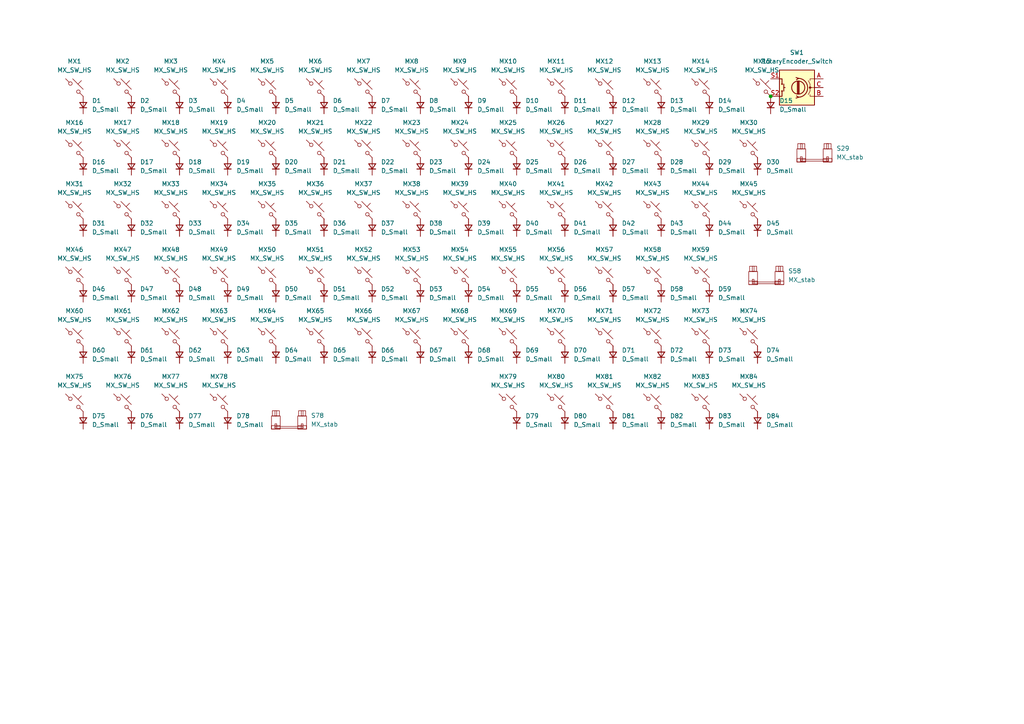
<source format=kicad_sch>
(kicad_sch (version 20230121) (generator eeschema)
  (paper "A4")
  (junction (at 223.52 27.94))
  (symbol (lib_id "Device:RotaryEncoder_Switch") (at 231.14 25.4 0) (mirror y) (unit 1)
    (property "Reference" "SW1" (at 231.14 15.24 0))
    (property "Value" "RotaryEncoder_Switch" (at 231.14 17.78 0))
    (property "Footprint" "Rotary_Encoder:RotaryEncoder_Alps_EC11E-Switch_Vertical_H20mm" (effects hide))
  )
  (symbol (lib_id "Device:D_Small") (at 24.13 102.87 90) (unit 1)
    (property "Reference" "D60" (at 26.67 101.6 90) (effects (justify right)))
    (property "Value" "D_Small" (at 26.67 104.14 90) (effects (justify right)))
    (property "Footprint" "Diode_SMD:D_SOD-123" (effects hide))
    (property "Sim.Device" "D" (effects hide))
    (property "Sim.Pins" "1=K 2=A" (effects hide))
  )
  (symbol (lib_id "PCM_marbastlib-mx:MX_SW_HS_CPG151101S11") (at 21.59 80.01 0) (unit 1)
    (property "Reference" "MX46" (at 21.59 72.39 0))
    (property "Value" "MX_SW_HS" (at 21.59 74.93 0))
    (property "Footprint" "PCM_marbastlib-mx:SW_MX_HS_CPG151101S11_1u" (effects hide))
  )
  (symbol (lib_id "PCM_marbastlib-mx:MX_SW_HS_CPG151101S11") (at 77.47 80.01 0) (unit 1)
    (property "Reference" "MX50" (at 77.47 72.39 0))
    (property "Value" "MX_SW_HS" (at 77.47 74.93 0))
    (property "Footprint" "PCM_marbastlib-mx:SW_MX_HS_CPG151101S11_1u" (effects hide))
  )
  (symbol (lib_id "PCM_marbastlib-mx:MX_SW_HS_CPG151101S11") (at 77.47 97.79 0) (unit 1)
    (property "Reference" "MX64" (at 77.47 90.17 0))
    (property "Value" "MX_SW_HS" (at 77.47 92.71 0))
    (property "Footprint" "PCM_marbastlib-mx:SW_MX_HS_CPG151101S11_1u" (effects hide))
  )
  (symbol (lib_id "PCM_marbastlib-mx:MX_SW_HS_CPG151101S11") (at 119.38 25.4 0) (unit 1)
    (property "Reference" "MX8" (at 119.38 17.78 0))
    (property "Value" "MX_SW_HS" (at 119.38 20.32 0))
    (property "Footprint" "PCM_marbastlib-mx:SW_MX_HS_CPG151101S11_1u" (effects hide))
  )
  (symbol (lib_id "Device:D_Small") (at 163.83 85.09 90) (unit 1)
    (property "Reference" "D56" (at 166.37 83.82 90) (effects (justify right)))
    (property "Value" "D_Small" (at 166.37 86.36 90) (effects (justify right)))
    (property "Footprint" "Diode_SMD:D_SOD-123" (effects hide))
    (property "Sim.Device" "D" (effects hide))
    (property "Sim.Pins" "1=K 2=A" (effects hide))
  )
  (symbol (lib_id "PCM_marbastlib-mx:MX_SW_HS_CPG151101S11") (at 217.17 97.79 0) (unit 1)
    (property "Reference" "MX74" (at 217.17 90.17 0))
    (property "Value" "MX_SW_HS" (at 217.17 92.71 0))
    (property "Footprint" "PCM_marbastlib-mx:SW_MX_HS_CPG151101S11_1u" (effects hide))
  )
  (symbol (lib_id "Device:D_Small") (at 121.92 102.87 90) (unit 1)
    (property "Reference" "D67" (at 124.46 101.6 90) (effects (justify right)))
    (property "Value" "D_Small" (at 124.46 104.14 90) (effects (justify right)))
    (property "Footprint" "Diode_SMD:D_SOD-123" (effects hide))
    (property "Sim.Device" "D" (effects hide))
    (property "Sim.Pins" "1=K 2=A" (effects hide))
  )
  (symbol (lib_id "Device:D_Small") (at 135.89 48.26 90) (unit 1)
    (property "Reference" "D24" (at 138.43 46.99 90) (effects (justify right)))
    (property "Value" "D_Small" (at 138.43 49.53 90) (effects (justify right)))
    (property "Footprint" "Diode_SMD:D_SOD-123" (effects hide))
    (property "Sim.Device" "D" (effects hide))
    (property "Sim.Pins" "1=K 2=A" (effects hide))
  )
  (symbol (lib_id "Device:D_Small") (at 24.13 30.48 90) (unit 1)
    (property "Reference" "D1" (at 26.67 29.21 90) (effects (justify right)))
    (property "Value" "D_Small" (at 26.67 31.75 90) (effects (justify right)))
    (property "Footprint" "Diode_SMD:D_SOD-123" (effects hide))
    (property "Sim.Device" "D" (effects hide))
    (property "Sim.Pins" "1=K 2=A" (effects hide))
  )
  (symbol (lib_id "Device:D_Small") (at 66.04 85.09 90) (unit 1)
    (property "Reference" "D49" (at 68.58 83.82 90) (effects (justify right)))
    (property "Value" "D_Small" (at 68.58 86.36 90) (effects (justify right)))
    (property "Footprint" "Diode_SMD:D_SOD-123" (effects hide))
    (property "Sim.Device" "D" (effects hide))
    (property "Sim.Pins" "1=K 2=A" (effects hide))
  )
  (symbol (lib_id "PCM_marbastlib-mx:MX_SW_HS_CPG151101S11") (at 189.23 97.79 0) (unit 1)
    (property "Reference" "MX72" (at 189.23 90.17 0))
    (property "Value" "MX_SW_HS" (at 189.23 92.71 0))
    (property "Footprint" "PCM_marbastlib-mx:SW_MX_HS_CPG151101S11_1u" (effects hide))
  )
  (symbol (lib_id "Device:D_Small") (at 163.83 102.87 90) (unit 1)
    (property "Reference" "D70" (at 166.37 101.6 90) (effects (justify right)))
    (property "Value" "D_Small" (at 166.37 104.14 90) (effects (justify right)))
    (property "Footprint" "Diode_SMD:D_SOD-123" (effects hide))
    (property "Sim.Device" "D" (effects hide))
    (property "Sim.Pins" "1=K 2=A" (effects hide))
  )
  (symbol (lib_id "PCM_marbastlib-mx:MX_SW_HS_CPG151101S11") (at 147.32 25.4 0) (unit 1)
    (property "Reference" "MX10" (at 147.32 17.78 0))
    (property "Value" "MX_SW_HS" (at 147.32 20.32 0))
    (property "Footprint" "PCM_marbastlib-mx:SW_MX_HS_CPG151101S11_1u" (effects hide))
  )
  (symbol (lib_id "PCM_marbastlib-mx:MX_SW_HS_CPG151101S11") (at 21.59 25.4 0) (unit 1)
    (property "Reference" "MX1" (at 21.59 17.78 0))
    (property "Value" "MX_SW_HS" (at 21.59 20.32 0))
    (property "Footprint" "PCM_marbastlib-mx:SW_MX_HS_CPG151101S11_1u" (effects hide))
  )
  (symbol (lib_id "Device:D_Small") (at 107.95 66.04 90) (unit 1)
    (property "Reference" "D37" (at 110.49 64.77 90) (effects (justify right)))
    (property "Value" "D_Small" (at 110.49 67.31 90) (effects (justify right)))
    (property "Footprint" "Diode_SMD:D_SOD-123" (effects hide))
    (property "Sim.Device" "D" (effects hide))
    (property "Sim.Pins" "1=K 2=A" (effects hide))
  )
  (symbol (lib_id "Device:D_Small") (at 93.98 85.09 90) (unit 1)
    (property "Reference" "D51" (at 96.52 83.82 90) (effects (justify right)))
    (property "Value" "D_Small" (at 96.52 86.36 90) (effects (justify right)))
    (property "Footprint" "Diode_SMD:D_SOD-123" (effects hide))
    (property "Sim.Device" "D" (effects hide))
    (property "Sim.Pins" "1=K 2=A" (effects hide))
  )
  (symbol (lib_id "PCM_marbastlib-mx:MX_stab") (at 83.82 121.92 0) (unit 1)
    (property "Reference" "S78" (at 90.17 120.523 0) (effects (justify left)))
    (property "Value" "MX_stab" (at 90.17 123.063 0) (effects (justify left)))
    (property "Footprint" "PCM_marbastlib-mx:STAB_MX_P_6.25u" (effects hide))
  )
  (symbol (lib_id "Device:D_Small") (at 177.8 66.04 90) (unit 1)
    (property "Reference" "D42" (at 180.34 64.77 90) (effects (justify right)))
    (property "Value" "D_Small" (at 180.34 67.31 90) (effects (justify right)))
    (property "Footprint" "Diode_SMD:D_SOD-123" (effects hide))
    (property "Sim.Device" "D" (effects hide))
    (property "Sim.Pins" "1=K 2=A" (effects hide))
  )
  (symbol (lib_id "Device:D_Small") (at 24.13 66.04 90) (unit 1)
    (property "Reference" "D31" (at 26.67 64.77 90) (effects (justify right)))
    (property "Value" "D_Small" (at 26.67 67.31 90) (effects (justify right)))
    (property "Footprint" "Diode_SMD:D_SOD-123" (effects hide))
    (property "Sim.Device" "D" (effects hide))
    (property "Sim.Pins" "1=K 2=A" (effects hide))
  )
  (symbol (lib_id "PCM_marbastlib-mx:MX_SW_HS_CPG151101S11") (at 35.56 80.01 0) (unit 1)
    (property "Reference" "MX47" (at 35.56 72.39 0))
    (property "Value" "MX_SW_HS" (at 35.56 74.93 0))
    (property "Footprint" "PCM_marbastlib-mx:SW_MX_HS_CPG151101S11_1u" (effects hide))
  )
  (symbol (lib_id "Device:D_Small") (at 52.07 85.09 90) (unit 1)
    (property "Reference" "D48" (at 54.61 83.82 90) (effects (justify right)))
    (property "Value" "D_Small" (at 54.61 86.36 90) (effects (justify right)))
    (property "Footprint" "Diode_SMD:D_SOD-123" (effects hide))
    (property "Sim.Device" "D" (effects hide))
    (property "Sim.Pins" "1=K 2=A" (effects hide))
  )
  (symbol (lib_id "PCM_marbastlib-mx:MX_SW_HS_CPG151101S11") (at 49.53 80.01 0) (unit 1)
    (property "Reference" "MX48" (at 49.53 72.39 0))
    (property "Value" "MX_SW_HS" (at 49.53 74.93 0))
    (property "Footprint" "PCM_marbastlib-mx:SW_MX_HS_CPG151101S11_1u" (effects hide))
  )
  (symbol (lib_id "Device:D_Small") (at 24.13 48.26 90) (unit 1)
    (property "Reference" "D16" (at 26.67 46.99 90) (effects (justify right)))
    (property "Value" "D_Small" (at 26.67 49.53 90) (effects (justify right)))
    (property "Footprint" "Diode_SMD:D_SOD-123" (effects hide))
    (property "Sim.Device" "D" (effects hide))
    (property "Sim.Pins" "1=K 2=A" (effects hide))
  )
  (symbol (lib_id "PCM_marbastlib-mx:MX_SW_HS_CPG151101S11") (at 21.59 97.79 0) (unit 1)
    (property "Reference" "MX60" (at 21.59 90.17 0))
    (property "Value" "MX_SW_HS" (at 21.59 92.71 0))
    (property "Footprint" "PCM_marbastlib-mx:SW_MX_HS_CPG151101S11_1u" (effects hide))
  )
  (symbol (lib_id "Device:D_Small") (at 66.04 121.92 90) (unit 1)
    (property "Reference" "D78" (at 68.58 120.65 90) (effects (justify right)))
    (property "Value" "D_Small" (at 68.58 123.19 90) (effects (justify right)))
    (property "Footprint" "Diode_SMD:D_SOD-123" (effects hide))
    (property "Sim.Device" "D" (effects hide))
    (property "Sim.Pins" "1=K 2=A" (effects hide))
  )
  (symbol (lib_id "PCM_marbastlib-mx:MX_SW_HS_CPG151101S11") (at 175.26 116.84 0) (unit 1)
    (property "Reference" "MX81" (at 175.26 109.22 0))
    (property "Value" "MX_SW_HS" (at 175.26 111.76 0))
    (property "Footprint" "PCM_marbastlib-mx:SW_MX_HS_CPG151101S11_1u" (effects hide))
  )
  (symbol (lib_id "PCM_marbastlib-mx:MX_SW_HS_CPG151101S11") (at 49.53 43.18 0) (unit 1)
    (property "Reference" "MX18" (at 49.53 35.56 0))
    (property "Value" "MX_SW_HS" (at 49.53 38.1 0))
    (property "Footprint" "PCM_marbastlib-mx:SW_MX_HS_CPG151101S11_1u" (effects hide))
  )
  (symbol (lib_id "Device:D_Small") (at 219.71 121.92 90) (unit 1)
    (property "Reference" "D84" (at 222.25 120.65 90) (effects (justify right)))
    (property "Value" "D_Small" (at 222.25 123.19 90) (effects (justify right)))
    (property "Footprint" "Diode_SMD:D_SOD-123" (effects hide))
    (property "Sim.Device" "D" (effects hide))
    (property "Sim.Pins" "1=K 2=A" (effects hide))
  )
  (symbol (lib_id "PCM_marbastlib-mx:MX_SW_HS_CPG151101S11") (at 105.41 80.01 0) (unit 1)
    (property "Reference" "MX52" (at 105.41 72.39 0))
    (property "Value" "MX_SW_HS" (at 105.41 74.93 0))
    (property "Footprint" "PCM_marbastlib-mx:SW_MX_HS_CPG151101S11_1u" (effects hide))
  )
  (symbol (lib_id "PCM_marbastlib-mx:MX_SW_HS_CPG151101S11") (at 189.23 80.01 0) (unit 1)
    (property "Reference" "MX58" (at 189.23 72.39 0))
    (property "Value" "MX_SW_HS" (at 189.23 74.93 0))
    (property "Footprint" "PCM_marbastlib-mx:SW_MX_HS_CPG151101S11_1u" (effects hide))
  )
  (symbol (lib_id "PCM_marbastlib-mx:MX_SW_HS_CPG151101S11") (at 49.53 97.79 0) (unit 1)
    (property "Reference" "MX62" (at 49.53 90.17 0))
    (property "Value" "MX_SW_HS" (at 49.53 92.71 0))
    (property "Footprint" "PCM_marbastlib-mx:SW_MX_HS_CPG151101S11_1u" (effects hide))
  )
  (symbol (lib_id "PCM_marbastlib-mx:MX_SW_HS_CPG151101S11") (at 35.56 25.4 0) (unit 1)
    (property "Reference" "MX2" (at 35.56 17.78 0))
    (property "Value" "MX_SW_HS" (at 35.56 20.32 0))
    (property "Footprint" "PCM_marbastlib-mx:SW_MX_HS_CPG151101S11_1u" (effects hide))
  )
  (symbol (lib_id "Device:D_Small") (at 80.01 66.04 90) (unit 1)
    (property "Reference" "D35" (at 82.55 64.77 90) (effects (justify right)))
    (property "Value" "D_Small" (at 82.55 67.31 90) (effects (justify right)))
    (property "Footprint" "Diode_SMD:D_SOD-123" (effects hide))
    (property "Sim.Device" "D" (effects hide))
    (property "Sim.Pins" "1=K 2=A" (effects hide))
  )
  (symbol (lib_id "PCM_marbastlib-mx:MX_SW_HS_CPG151101S11") (at 203.2 25.4 0) (unit 1)
    (property "Reference" "MX14" (at 203.2 17.78 0))
    (property "Value" "MX_SW_HS" (at 203.2 20.32 0))
    (property "Footprint" "PCM_marbastlib-mx:SW_MX_HS_CPG151101S11_1u" (effects hide))
  )
  (symbol (lib_id "PCM_marbastlib-mx:MX_SW_HS_CPG151101S11") (at 77.47 60.96 0) (unit 1)
    (property "Reference" "MX35" (at 77.47 53.34 0))
    (property "Value" "MX_SW_HS" (at 77.47 55.88 0))
    (property "Footprint" "PCM_marbastlib-mx:SW_MX_HS_CPG151101S11_1u" (effects hide))
  )
  (symbol (lib_id "Device:D_Small") (at 149.86 85.09 90) (unit 1)
    (property "Reference" "D55" (at 152.4 83.82 90) (effects (justify right)))
    (property "Value" "D_Small" (at 152.4 86.36 90) (effects (justify right)))
    (property "Footprint" "Diode_SMD:D_SOD-123" (effects hide))
    (property "Sim.Device" "D" (effects hide))
    (property "Sim.Pins" "1=K 2=A" (effects hide))
  )
  (symbol (lib_id "Device:D_Small") (at 135.89 30.48 90) (unit 1)
    (property "Reference" "D9" (at 138.43 29.21 90) (effects (justify right)))
    (property "Value" "D_Small" (at 138.43 31.75 90) (effects (justify right)))
    (property "Footprint" "Diode_SMD:D_SOD-123" (effects hide))
    (property "Sim.Device" "D" (effects hide))
    (property "Sim.Pins" "1=K 2=A" (effects hide))
  )
  (symbol (lib_id "PCM_marbastlib-mx:MX_SW_HS_CPG151101S11") (at 203.2 116.84 0) (unit 1)
    (property "Reference" "MX83" (at 203.2 109.22 0))
    (property "Value" "MX_SW_HS" (at 203.2 111.76 0))
    (property "Footprint" "PCM_marbastlib-mx:SW_MX_HS_CPG151101S11_1u" (effects hide))
  )
  (symbol (lib_id "Device:D_Small") (at 93.98 66.04 90) (unit 1)
    (property "Reference" "D36" (at 96.52 64.77 90) (effects (justify right)))
    (property "Value" "D_Small" (at 96.52 67.31 90) (effects (justify right)))
    (property "Footprint" "Diode_SMD:D_SOD-123" (effects hide))
    (property "Sim.Device" "D" (effects hide))
    (property "Sim.Pins" "1=K 2=A" (effects hide))
  )
  (symbol (lib_id "Device:D_Small") (at 191.77 30.48 90) (unit 1)
    (property "Reference" "D13" (at 194.31 29.21 90) (effects (justify right)))
    (property "Value" "D_Small" (at 194.31 31.75 90) (effects (justify right)))
    (property "Footprint" "Diode_SMD:D_SOD-123" (effects hide))
    (property "Sim.Device" "D" (effects hide))
    (property "Sim.Pins" "1=K 2=A" (effects hide))
  )
  (symbol (lib_id "Device:D_Small") (at 219.71 66.04 90) (unit 1)
    (property "Reference" "D45" (at 222.25 64.77 90) (effects (justify right)))
    (property "Value" "D_Small" (at 222.25 67.31 90) (effects (justify right)))
    (property "Footprint" "Diode_SMD:D_SOD-123" (effects hide))
    (property "Sim.Device" "D" (effects hide))
    (property "Sim.Pins" "1=K 2=A" (effects hide))
  )
  (symbol (lib_id "PCM_marbastlib-mx:MX_SW_HS_CPG151101S11") (at 21.59 116.84 0) (unit 1)
    (property "Reference" "MX75" (at 21.59 109.22 0))
    (property "Value" "MX_SW_HS" (at 21.59 111.76 0))
    (property "Footprint" "PCM_marbastlib-mx:SW_MX_HS_CPG151101S11_1u" (effects hide))
  )
  (symbol (lib_id "Device:D_Small") (at 52.07 30.48 90) (unit 1)
    (property "Reference" "D3" (at 54.61 29.21 90) (effects (justify right)))
    (property "Value" "D_Small" (at 54.61 31.75 90) (effects (justify right)))
    (property "Footprint" "Diode_SMD:D_SOD-123" (effects hide))
    (property "Sim.Device" "D" (effects hide))
    (property "Sim.Pins" "1=K 2=A" (effects hide))
  )
  (symbol (lib_id "PCM_marbastlib-mx:MX_SW_HS_CPG151101S11") (at 63.5 80.01 0) (unit 1)
    (property "Reference" "MX49" (at 63.5 72.39 0))
    (property "Value" "MX_SW_HS" (at 63.5 74.93 0))
    (property "Footprint" "PCM_marbastlib-mx:SW_MX_HS_CPG151101S11_1u" (effects hide))
  )
  (symbol (lib_id "Device:D_Small") (at 135.89 85.09 90) (unit 1)
    (property "Reference" "D54" (at 138.43 83.82 90) (effects (justify right)))
    (property "Value" "D_Small" (at 138.43 86.36 90) (effects (justify right)))
    (property "Footprint" "Diode_SMD:D_SOD-123" (effects hide))
    (property "Sim.Device" "D" (effects hide))
    (property "Sim.Pins" "1=K 2=A" (effects hide))
  )
  (symbol (lib_id "Device:D_Small") (at 177.8 30.48 90) (unit 1)
    (property "Reference" "D12" (at 180.34 29.21 90) (effects (justify right)))
    (property "Value" "D_Small" (at 180.34 31.75 90) (effects (justify right)))
    (property "Footprint" "Diode_SMD:D_SOD-123" (effects hide))
    (property "Sim.Device" "D" (effects hide))
    (property "Sim.Pins" "1=K 2=A" (effects hide))
  )
  (symbol (lib_id "Device:D_Small") (at 93.98 30.48 90) (unit 1)
    (property "Reference" "D6" (at 96.52 29.21 90) (effects (justify right)))
    (property "Value" "D_Small" (at 96.52 31.75 90) (effects (justify right)))
    (property "Footprint" "Diode_SMD:D_SOD-123" (effects hide))
    (property "Sim.Device" "D" (effects hide))
    (property "Sim.Pins" "1=K 2=A" (effects hide))
  )
  (symbol (lib_id "PCM_marbastlib-mx:MX_SW_HS_CPG151101S11") (at 175.26 80.01 0) (unit 1)
    (property "Reference" "MX57" (at 175.26 72.39 0))
    (property "Value" "MX_SW_HS" (at 175.26 74.93 0))
    (property "Footprint" "PCM_marbastlib-mx:SW_MX_HS_CPG151101S11_1u" (effects hide))
  )
  (symbol (lib_id "PCM_marbastlib-mx:MX_SW_HS_CPG151101S11") (at 133.35 25.4 0) (unit 1)
    (property "Reference" "MX9" (at 133.35 17.78 0))
    (property "Value" "MX_SW_HS" (at 133.35 20.32 0))
    (property "Footprint" "PCM_marbastlib-mx:SW_MX_HS_CPG151101S11_1u" (effects hide))
  )
  (symbol (lib_id "Device:D_Small") (at 66.04 66.04 90) (unit 1)
    (property "Reference" "D34" (at 68.58 64.77 90) (effects (justify right)))
    (property "Value" "D_Small" (at 68.58 67.31 90) (effects (justify right)))
    (property "Footprint" "Diode_SMD:D_SOD-123" (effects hide))
    (property "Sim.Device" "D" (effects hide))
    (property "Sim.Pins" "1=K 2=A" (effects hide))
  )
  (symbol (lib_id "Device:D_Small") (at 177.8 102.87 90) (unit 1)
    (property "Reference" "D71" (at 180.34 101.6 90) (effects (justify right)))
    (property "Value" "D_Small" (at 180.34 104.14 90) (effects (justify right)))
    (property "Footprint" "Diode_SMD:D_SOD-123" (effects hide))
    (property "Sim.Device" "D" (effects hide))
    (property "Sim.Pins" "1=K 2=A" (effects hide))
  )
  (symbol (lib_id "Device:D_Small") (at 24.13 121.92 90) (unit 1)
    (property "Reference" "D75" (at 26.67 120.65 90) (effects (justify right)))
    (property "Value" "D_Small" (at 26.67 123.19 90) (effects (justify right)))
    (property "Footprint" "Diode_SMD:D_SOD-123" (effects hide))
    (property "Sim.Device" "D" (effects hide))
    (property "Sim.Pins" "1=K 2=A" (effects hide))
  )
  (symbol (lib_id "PCM_marbastlib-mx:MX_stab") (at 222.25 80.01 0) (unit 1)
    (property "Reference" "S58" (at 228.6 78.613 0) (effects (justify left)))
    (property "Value" "MX_stab" (at 228.6 81.153 0) (effects (justify left)))
    (property "Footprint" "PCM_marbastlib-mx:STAB_MX_P_2.25u" (effects hide))
  )
  (symbol (lib_id "PCM_marbastlib-mx:MX_SW_HS_CPG151101S11") (at 119.38 60.96 0) (unit 1)
    (property "Reference" "MX38" (at 119.38 53.34 0))
    (property "Value" "MX_SW_HS" (at 119.38 55.88 0))
    (property "Footprint" "PCM_marbastlib-mx:SW_MX_HS_CPG151101S11_1u" (effects hide))
  )
  (symbol (lib_id "Device:D_Small") (at 38.1 48.26 90) (unit 1)
    (property "Reference" "D17" (at 40.64 46.99 90) (effects (justify right)))
    (property "Value" "D_Small" (at 40.64 49.53 90) (effects (justify right)))
    (property "Footprint" "Diode_SMD:D_SOD-123" (effects hide))
    (property "Sim.Device" "D" (effects hide))
    (property "Sim.Pins" "1=K 2=A" (effects hide))
  )
  (symbol (lib_id "Device:D_Small") (at 163.83 48.26 90) (unit 1)
    (property "Reference" "D26" (at 166.37 46.99 90) (effects (justify right)))
    (property "Value" "D_Small" (at 166.37 49.53 90) (effects (justify right)))
    (property "Footprint" "Diode_SMD:D_SOD-123" (effects hide))
    (property "Sim.Device" "D" (effects hide))
    (property "Sim.Pins" "1=K 2=A" (effects hide))
  )
  (symbol (lib_id "PCM_marbastlib-mx:MX_SW_HS_CPG151101S11") (at 147.32 80.01 0) (unit 1)
    (property "Reference" "MX55" (at 147.32 72.39 0))
    (property "Value" "MX_SW_HS" (at 147.32 74.93 0))
    (property "Footprint" "PCM_marbastlib-mx:SW_MX_HS_CPG151101S11_1u" (effects hide))
  )
  (symbol (lib_id "Device:D_Small") (at 80.01 102.87 90) (unit 1)
    (property "Reference" "D64" (at 82.55 101.6 90) (effects (justify right)))
    (property "Value" "D_Small" (at 82.55 104.14 90) (effects (justify right)))
    (property "Footprint" "Diode_SMD:D_SOD-123" (effects hide))
    (property "Sim.Device" "D" (effects hide))
    (property "Sim.Pins" "1=K 2=A" (effects hide))
  )
  (symbol (lib_id "PCM_marbastlib-mx:MX_SW_HS_CPG151101S11") (at 35.56 97.79 0) (unit 1)
    (property "Reference" "MX61" (at 35.56 90.17 0))
    (property "Value" "MX_SW_HS" (at 35.56 92.71 0))
    (property "Footprint" "PCM_marbastlib-mx:SW_MX_HS_CPG151101S11_1u" (effects hide))
  )
  (symbol (lib_id "PCM_marbastlib-mx:MX_SW_HS_CPG151101S11") (at 91.44 97.79 0) (unit 1)
    (property "Reference" "MX65" (at 91.44 90.17 0))
    (property "Value" "MX_SW_HS" (at 91.44 92.71 0))
    (property "Footprint" "PCM_marbastlib-mx:SW_MX_HS_CPG151101S11_1u" (effects hide))
  )
  (symbol (lib_id "Device:D_Small") (at 107.95 102.87 90) (unit 1)
    (property "Reference" "D66" (at 110.49 101.6 90) (effects (justify right)))
    (property "Value" "D_Small" (at 110.49 104.14 90) (effects (justify right)))
    (property "Footprint" "Diode_SMD:D_SOD-123" (effects hide))
    (property "Sim.Device" "D" (effects hide))
    (property "Sim.Pins" "1=K 2=A" (effects hide))
  )
  (symbol (lib_id "Device:D_Small") (at 38.1 121.92 90) (unit 1)
    (property "Reference" "D76" (at 40.64 120.65 90) (effects (justify right)))
    (property "Value" "D_Small" (at 40.64 123.19 90) (effects (justify right)))
    (property "Footprint" "Diode_SMD:D_SOD-123" (effects hide))
    (property "Sim.Device" "D" (effects hide))
    (property "Sim.Pins" "1=K 2=A" (effects hide))
  )
  (symbol (lib_id "Device:D_Small") (at 121.92 30.48 90) (unit 1)
    (property "Reference" "D8" (at 124.46 29.21 90) (effects (justify right)))
    (property "Value" "D_Small" (at 124.46 31.75 90) (effects (justify right)))
    (property "Footprint" "Diode_SMD:D_SOD-123" (effects hide))
    (property "Sim.Device" "D" (effects hide))
    (property "Sim.Pins" "1=K 2=A" (effects hide))
  )
  (symbol (lib_id "Device:D_Small") (at 38.1 85.09 90) (unit 1)
    (property "Reference" "D47" (at 40.64 83.82 90) (effects (justify right)))
    (property "Value" "D_Small" (at 40.64 86.36 90) (effects (justify right)))
    (property "Footprint" "Diode_SMD:D_SOD-123" (effects hide))
    (property "Sim.Device" "D" (effects hide))
    (property "Sim.Pins" "1=K 2=A" (effects hide))
  )
  (symbol (lib_id "PCM_marbastlib-mx:MX_SW_HS_CPG151101S11") (at 133.35 97.79 0) (unit 1)
    (property "Reference" "MX68" (at 133.35 90.17 0))
    (property "Value" "MX_SW_HS" (at 133.35 92.71 0))
    (property "Footprint" "PCM_marbastlib-mx:SW_MX_HS_CPG151101S11_1u" (effects hide))
  )
  (symbol (lib_id "PCM_marbastlib-mx:MX_SW_HS_CPG151101S11") (at 161.29 43.18 0) (unit 1)
    (property "Reference" "MX26" (at 161.29 35.56 0))
    (property "Value" "MX_SW_HS" (at 161.29 38.1 0))
    (property "Footprint" "PCM_marbastlib-mx:SW_MX_HS_CPG151101S11_1u" (effects hide))
  )
  (symbol (lib_id "PCM_marbastlib-mx:MX_SW_HS_CPG151101S11") (at 220.98 25.4 0) (unit 1)
    (property "Reference" "MX15" (at 220.98 17.78 0))
    (property "Value" "MX_SW_HS" (at 220.98 20.32 0))
    (property "Footprint" "PCM_marbastlib-mx:SW_MX_HS_CPG151101S11_1u" (effects hide))
  )
  (symbol (lib_id "Device:D_Small") (at 205.74 121.92 90) (unit 1)
    (property "Reference" "D83" (at 208.28 120.65 90) (effects (justify right)))
    (property "Value" "D_Small" (at 208.28 123.19 90) (effects (justify right)))
    (property "Footprint" "Diode_SMD:D_SOD-123" (effects hide))
    (property "Sim.Device" "D" (effects hide))
    (property "Sim.Pins" "1=K 2=A" (effects hide))
  )
  (symbol (lib_id "PCM_marbastlib-mx:MX_SW_HS_CPG151101S11") (at 35.56 116.84 0) (unit 1)
    (property "Reference" "MX76" (at 35.56 109.22 0))
    (property "Value" "MX_SW_HS" (at 35.56 111.76 0))
    (property "Footprint" "PCM_marbastlib-mx:SW_MX_HS_CPG151101S11_1u" (effects hide))
  )
  (symbol (lib_id "Device:D_Small") (at 191.77 66.04 90) (unit 1)
    (property "Reference" "D43" (at 194.31 64.77 90) (effects (justify right)))
    (property "Value" "D_Small" (at 194.31 67.31 90) (effects (justify right)))
    (property "Footprint" "Diode_SMD:D_SOD-123" (effects hide))
    (property "Sim.Device" "D" (effects hide))
    (property "Sim.Pins" "1=K 2=A" (effects hide))
  )
  (symbol (lib_id "Device:D_Small") (at 205.74 66.04 90) (unit 1)
    (property "Reference" "D44" (at 208.28 64.77 90) (effects (justify right)))
    (property "Value" "D_Small" (at 208.28 67.31 90) (effects (justify right)))
    (property "Footprint" "Diode_SMD:D_SOD-123" (effects hide))
    (property "Sim.Device" "D" (effects hide))
    (property "Sim.Pins" "1=K 2=A" (effects hide))
  )
  (symbol (lib_id "Device:D_Small") (at 38.1 66.04 90) (unit 1)
    (property "Reference" "D32" (at 40.64 64.77 90) (effects (justify right)))
    (property "Value" "D_Small" (at 40.64 67.31 90) (effects (justify right)))
    (property "Footprint" "Diode_SMD:D_SOD-123" (effects hide))
    (property "Sim.Device" "D" (effects hide))
    (property "Sim.Pins" "1=K 2=A" (effects hide))
  )
  (symbol (lib_id "Device:D_Small") (at 38.1 30.48 90) (unit 1)
    (property "Reference" "D2" (at 40.64 29.21 90) (effects (justify right)))
    (property "Value" "D_Small" (at 40.64 31.75 90) (effects (justify right)))
    (property "Footprint" "Diode_SMD:D_SOD-123" (effects hide))
    (property "Sim.Device" "D" (effects hide))
    (property "Sim.Pins" "1=K 2=A" (effects hide))
  )
  (symbol (lib_id "Device:D_Small") (at 149.86 30.48 90) (unit 1)
    (property "Reference" "D10" (at 152.4 29.21 90) (effects (justify right)))
    (property "Value" "D_Small" (at 152.4 31.75 90) (effects (justify right)))
    (property "Footprint" "Diode_SMD:D_SOD-123" (effects hide))
    (property "Sim.Device" "D" (effects hide))
    (property "Sim.Pins" "1=K 2=A" (effects hide))
  )
  (symbol (lib_id "Device:D_Small") (at 80.01 85.09 90) (unit 1)
    (property "Reference" "D50" (at 82.55 83.82 90) (effects (justify right)))
    (property "Value" "D_Small" (at 82.55 86.36 90) (effects (justify right)))
    (property "Footprint" "Diode_SMD:D_SOD-123" (effects hide))
    (property "Sim.Device" "D" (effects hide))
    (property "Sim.Pins" "1=K 2=A" (effects hide))
  )
  (symbol (lib_id "Device:D_Small") (at 223.52 30.48 90) (unit 1)
    (property "Reference" "D15" (at 226.06 29.21 90) (effects (justify right)))
    (property "Value" "D_Small" (at 226.06 31.75 90) (effects (justify right)))
    (property "Footprint" "Diode_SMD:D_SOD-123" (effects hide))
    (property "Sim.Device" "D" (effects hide))
    (property "Sim.Pins" "1=K 2=A" (effects hide))
  )
  (symbol (lib_id "Device:D_Small") (at 177.8 121.92 90) (unit 1)
    (property "Reference" "D81" (at 180.34 120.65 90) (effects (justify right)))
    (property "Value" "D_Small" (at 180.34 123.19 90) (effects (justify right)))
    (property "Footprint" "Diode_SMD:D_SOD-123" (effects hide))
    (property "Sim.Device" "D" (effects hide))
    (property "Sim.Pins" "1=K 2=A" (effects hide))
  )
  (symbol (lib_id "PCM_marbastlib-mx:MX_SW_HS_CPG151101S11") (at 217.17 60.96 0) (unit 1)
    (property "Reference" "MX45" (at 217.17 53.34 0))
    (property "Value" "MX_SW_HS" (at 217.17 55.88 0))
    (property "Footprint" "PCM_marbastlib-mx:SW_MX_HS_CPG151101S11_1u" (effects hide))
  )
  (symbol (lib_id "PCM_marbastlib-mx:MX_SW_HS_CPG151101S11") (at 105.41 60.96 0) (unit 1)
    (property "Reference" "MX37" (at 105.41 53.34 0))
    (property "Value" "MX_SW_HS" (at 105.41 55.88 0))
    (property "Footprint" "PCM_marbastlib-mx:SW_MX_HS_CPG151101S11_1u" (effects hide))
  )
  (symbol (lib_id "Device:D_Small") (at 163.83 66.04 90) (unit 1)
    (property "Reference" "D41" (at 166.37 64.77 90) (effects (justify right)))
    (property "Value" "D_Small" (at 166.37 67.31 90) (effects (justify right)))
    (property "Footprint" "Diode_SMD:D_SOD-123" (effects hide))
    (property "Sim.Device" "D" (effects hide))
    (property "Sim.Pins" "1=K 2=A" (effects hide))
  )
  (symbol (lib_id "PCM_marbastlib-mx:MX_SW_HS_CPG151101S11") (at 189.23 43.18 0) (unit 1)
    (property "Reference" "MX28" (at 189.23 35.56 0))
    (property "Value" "MX_SW_HS" (at 189.23 38.1 0))
    (property "Footprint" "PCM_marbastlib-mx:SW_MX_HS_CPG151101S11_1u" (effects hide))
  )
  (symbol (lib_id "PCM_marbastlib-mx:MX_SW_HS_CPG151101S11") (at 63.5 25.4 0) (unit 1)
    (property "Reference" "MX4" (at 63.5 17.78 0))
    (property "Value" "MX_SW_HS" (at 63.5 20.32 0))
    (property "Footprint" "PCM_marbastlib-mx:SW_MX_HS_CPG151101S11_1u" (effects hide))
  )
  (symbol (lib_id "PCM_marbastlib-mx:MX_SW_HS_CPG151101S11") (at 77.47 25.4 0) (unit 1)
    (property "Reference" "MX5" (at 77.47 17.78 0))
    (property "Value" "MX_SW_HS" (at 77.47 20.32 0))
    (property "Footprint" "PCM_marbastlib-mx:SW_MX_HS_CPG151101S11_1u" (effects hide))
  )
  (symbol (lib_id "PCM_marbastlib-mx:MX_SW_HS_CPG151101S11") (at 133.35 60.96 0) (unit 1)
    (property "Reference" "MX39" (at 133.35 53.34 0))
    (property "Value" "MX_SW_HS" (at 133.35 55.88 0))
    (property "Footprint" "PCM_marbastlib-mx:SW_MX_HS_CPG151101S11_1u" (effects hide))
  )
  (symbol (lib_id "PCM_marbastlib-mx:MX_SW_HS_CPG151101S11") (at 91.44 25.4 0) (unit 1)
    (property "Reference" "MX6" (at 91.44 17.78 0))
    (property "Value" "MX_SW_HS" (at 91.44 20.32 0))
    (property "Footprint" "PCM_marbastlib-mx:SW_MX_HS_CPG151101S11_1u" (effects hide))
  )
  (symbol (lib_id "PCM_marbastlib-mx:MX_SW_HS_CPG151101S11") (at 49.53 60.96 0) (unit 1)
    (property "Reference" "MX33" (at 49.53 53.34 0))
    (property "Value" "MX_SW_HS" (at 49.53 55.88 0))
    (property "Footprint" "PCM_marbastlib-mx:SW_MX_HS_CPG151101S11_1u" (effects hide))
  )
  (symbol (lib_id "PCM_marbastlib-mx:MX_SW_HS_CPG151101S11") (at 161.29 97.79 0) (unit 1)
    (property "Reference" "MX70" (at 161.29 90.17 0))
    (property "Value" "MX_SW_HS" (at 161.29 92.71 0))
    (property "Footprint" "PCM_marbastlib-mx:SW_MX_HS_CPG151101S11_1u" (effects hide))
  )
  (symbol (lib_id "Device:D_Small") (at 107.95 30.48 90) (unit 1)
    (property "Reference" "D7" (at 110.49 29.21 90) (effects (justify right)))
    (property "Value" "D_Small" (at 110.49 31.75 90) (effects (justify right)))
    (property "Footprint" "Diode_SMD:D_SOD-123" (effects hide))
    (property "Sim.Device" "D" (effects hide))
    (property "Sim.Pins" "1=K 2=A" (effects hide))
  )
  (symbol (lib_id "PCM_marbastlib-mx:MX_SW_HS_CPG151101S11") (at 91.44 60.96 0) (unit 1)
    (property "Reference" "MX36" (at 91.44 53.34 0))
    (property "Value" "MX_SW_HS" (at 91.44 55.88 0))
    (property "Footprint" "PCM_marbastlib-mx:SW_MX_HS_CPG151101S11_1u" (effects hide))
  )
  (symbol (lib_id "Device:D_Small") (at 52.07 102.87 90) (unit 1)
    (property "Reference" "D62" (at 54.61 101.6 90) (effects (justify right)))
    (property "Value" "D_Small" (at 54.61 104.14 90) (effects (justify right)))
    (property "Footprint" "Diode_SMD:D_SOD-123" (effects hide))
    (property "Sim.Device" "D" (effects hide))
    (property "Sim.Pins" "1=K 2=A" (effects hide))
  )
  (symbol (lib_id "Device:D_Small") (at 135.89 66.04 90) (unit 1)
    (property "Reference" "D39" (at 138.43 64.77 90) (effects (justify right)))
    (property "Value" "D_Small" (at 138.43 67.31 90) (effects (justify right)))
    (property "Footprint" "Diode_SMD:D_SOD-123" (effects hide))
    (property "Sim.Device" "D" (effects hide))
    (property "Sim.Pins" "1=K 2=A" (effects hide))
  )
  (symbol (lib_id "PCM_marbastlib-mx:MX_SW_HS_CPG151101S11") (at 217.17 116.84 0) (unit 1)
    (property "Reference" "MX84" (at 217.17 109.22 0))
    (property "Value" "MX_SW_HS" (at 217.17 111.76 0))
    (property "Footprint" "PCM_marbastlib-mx:SW_MX_HS_CPG151101S11_1u" (effects hide))
  )
  (symbol (lib_id "PCM_marbastlib-mx:MX_SW_HS_CPG151101S11") (at 21.59 60.96 0) (unit 1)
    (property "Reference" "MX31" (at 21.59 53.34 0))
    (property "Value" "MX_SW_HS" (at 21.59 55.88 0))
    (property "Footprint" "PCM_marbastlib-mx:SW_MX_HS_CPG151101S11_1u" (effects hide))
  )
  (symbol (lib_id "PCM_marbastlib-mx:MX_SW_HS_CPG151101S11") (at 49.53 116.84 0) (unit 1)
    (property "Reference" "MX77" (at 49.53 109.22 0))
    (property "Value" "MX_SW_HS" (at 49.53 111.76 0))
    (property "Footprint" "PCM_marbastlib-mx:SW_MX_HS_CPG151101S11_1u" (effects hide))
  )
  (symbol (lib_id "PCM_marbastlib-mx:MX_SW_HS_CPG151101S11") (at 147.32 97.79 0) (unit 1)
    (property "Reference" "MX69" (at 147.32 90.17 0))
    (property "Value" "MX_SW_HS" (at 147.32 92.71 0))
    (property "Footprint" "PCM_marbastlib-mx:SW_MX_HS_CPG151101S11_1u" (effects hide))
  )
  (symbol (lib_id "PCM_marbastlib-mx:MX_SW_HS_CPG151101S11") (at 105.41 43.18 0) (unit 1)
    (property "Reference" "MX22" (at 105.41 35.56 0))
    (property "Value" "MX_SW_HS" (at 105.41 38.1 0))
    (property "Footprint" "PCM_marbastlib-mx:SW_MX_HS_CPG151101S11_1u" (effects hide))
  )
  (symbol (lib_id "PCM_marbastlib-mx:MX_SW_HS_CPG151101S11") (at 21.59 43.18 0) (unit 1)
    (property "Reference" "MX16" (at 21.59 35.56 0))
    (property "Value" "MX_SW_HS" (at 21.59 38.1 0))
    (property "Footprint" "PCM_marbastlib-mx:SW_MX_HS_CPG151101S11_1u" (effects hide))
  )
  (symbol (lib_id "Device:D_Small") (at 93.98 102.87 90) (unit 1)
    (property "Reference" "D65" (at 96.52 101.6 90) (effects (justify right)))
    (property "Value" "D_Small" (at 96.52 104.14 90) (effects (justify right)))
    (property "Footprint" "Diode_SMD:D_SOD-123" (effects hide))
    (property "Sim.Device" "D" (effects hide))
    (property "Sim.Pins" "1=K 2=A" (effects hide))
  )
  (symbol (lib_id "PCM_marbastlib-mx:MX_SW_HS_CPG151101S11") (at 63.5 60.96 0) (unit 1)
    (property "Reference" "MX34" (at 63.5 53.34 0))
    (property "Value" "MX_SW_HS" (at 63.5 55.88 0))
    (property "Footprint" "PCM_marbastlib-mx:SW_MX_HS_CPG151101S11_1u" (effects hide))
  )
  (symbol (lib_id "Device:D_Small") (at 219.71 48.26 90) (unit 1)
    (property "Reference" "D30" (at 222.25 46.99 90) (effects (justify right)))
    (property "Value" "D_Small" (at 222.25 49.53 90) (effects (justify right)))
    (property "Footprint" "Diode_SMD:D_SOD-123" (effects hide))
    (property "Sim.Device" "D" (effects hide))
    (property "Sim.Pins" "1=K 2=A" (effects hide))
  )
  (symbol (lib_id "PCM_marbastlib-mx:MX_SW_HS_CPG151101S11") (at 35.56 60.96 0) (unit 1)
    (property "Reference" "MX32" (at 35.56 53.34 0))
    (property "Value" "MX_SW_HS" (at 35.56 55.88 0))
    (property "Footprint" "PCM_marbastlib-mx:SW_MX_HS_CPG151101S11_1u" (effects hide))
  )
  (symbol (lib_id "Device:D_Small") (at 52.07 66.04 90) (unit 1)
    (property "Reference" "D33" (at 54.61 64.77 90) (effects (justify right)))
    (property "Value" "D_Small" (at 54.61 67.31 90) (effects (justify right)))
    (property "Footprint" "Diode_SMD:D_SOD-123" (effects hide))
    (property "Sim.Device" "D" (effects hide))
    (property "Sim.Pins" "1=K 2=A" (effects hide))
  )
  (symbol (lib_id "Device:D_Small") (at 219.71 102.87 90) (unit 1)
    (property "Reference" "D74" (at 222.25 101.6 90) (effects (justify right)))
    (property "Value" "D_Small" (at 222.25 104.14 90) (effects (justify right)))
    (property "Footprint" "Diode_SMD:D_SOD-123" (effects hide))
    (property "Sim.Device" "D" (effects hide))
    (property "Sim.Pins" "1=K 2=A" (effects hide))
  )
  (symbol (lib_id "Device:D_Small") (at 38.1 102.87 90) (unit 1)
    (property "Reference" "D61" (at 40.64 101.6 90) (effects (justify right)))
    (property "Value" "D_Small" (at 40.64 104.14 90) (effects (justify right)))
    (property "Footprint" "Diode_SMD:D_SOD-123" (effects hide))
    (property "Sim.Device" "D" (effects hide))
    (property "Sim.Pins" "1=K 2=A" (effects hide))
  )
  (symbol (lib_id "Device:D_Small") (at 107.95 48.26 90) (unit 1)
    (property "Reference" "D22" (at 110.49 46.99 90) (effects (justify right)))
    (property "Value" "D_Small" (at 110.49 49.53 90) (effects (justify right)))
    (property "Footprint" "Diode_SMD:D_SOD-123" (effects hide))
    (property "Sim.Device" "D" (effects hide))
    (property "Sim.Pins" "1=K 2=A" (effects hide))
  )
  (symbol (lib_id "Device:D_Small") (at 163.83 30.48 90) (unit 1)
    (property "Reference" "D11" (at 166.37 29.21 90) (effects (justify right)))
    (property "Value" "D_Small" (at 166.37 31.75 90) (effects (justify right)))
    (property "Footprint" "Diode_SMD:D_SOD-123" (effects hide))
    (property "Sim.Device" "D" (effects hide))
    (property "Sim.Pins" "1=K 2=A" (effects hide))
  )
  (symbol (lib_id "Device:D_Small") (at 163.83 121.92 90) (unit 1)
    (property "Reference" "D80" (at 166.37 120.65 90) (effects (justify right)))
    (property "Value" "D_Small" (at 166.37 123.19 90) (effects (justify right)))
    (property "Footprint" "Diode_SMD:D_SOD-123" (effects hide))
    (property "Sim.Device" "D" (effects hide))
    (property "Sim.Pins" "1=K 2=A" (effects hide))
  )
  (symbol (lib_id "PCM_marbastlib-mx:MX_SW_HS_CPG151101S11") (at 175.26 60.96 0) (unit 1)
    (property "Reference" "MX42" (at 175.26 53.34 0))
    (property "Value" "MX_SW_HS" (at 175.26 55.88 0))
    (property "Footprint" "PCM_marbastlib-mx:SW_MX_HS_CPG151101S11_1u" (effects hide))
  )
  (symbol (lib_id "PCM_marbastlib-mx:MX_SW_HS_CPG151101S11") (at 105.41 25.4 0) (unit 1)
    (property "Reference" "MX7" (at 105.41 17.78 0))
    (property "Value" "MX_SW_HS" (at 105.41 20.32 0))
    (property "Footprint" "PCM_marbastlib-mx:SW_MX_HS_CPG151101S11_1u" (effects hide))
  )
  (symbol (lib_id "PCM_marbastlib-mx:MX_SW_HS_CPG151101S11") (at 189.23 60.96 0) (unit 1)
    (property "Reference" "MX43" (at 189.23 53.34 0))
    (property "Value" "MX_SW_HS" (at 189.23 55.88 0))
    (property "Footprint" "PCM_marbastlib-mx:SW_MX_HS_CPG151101S11_1u" (effects hide))
  )
  (symbol (lib_id "PCM_marbastlib-mx:MX_SW_HS_CPG151101S11") (at 189.23 116.84 0) (unit 1)
    (property "Reference" "MX82" (at 189.23 109.22 0))
    (property "Value" "MX_SW_HS" (at 189.23 111.76 0))
    (property "Footprint" "PCM_marbastlib-mx:SW_MX_HS_CPG151101S11_1u" (effects hide))
  )
  (symbol (lib_id "PCM_marbastlib-mx:MX_SW_HS_CPG151101S11") (at 175.26 97.79 0) (unit 1)
    (property "Reference" "MX71" (at 175.26 90.17 0))
    (property "Value" "MX_SW_HS" (at 175.26 92.71 0))
    (property "Footprint" "PCM_marbastlib-mx:SW_MX_HS_CPG151101S11_1u" (effects hide))
  )
  (symbol (lib_id "Device:D_Small") (at 24.13 85.09 90) (unit 1)
    (property "Reference" "D46" (at 26.67 83.82 90) (effects (justify right)))
    (property "Value" "D_Small" (at 26.67 86.36 90) (effects (justify right)))
    (property "Footprint" "Diode_SMD:D_SOD-123" (effects hide))
    (property "Sim.Device" "D" (effects hide))
    (property "Sim.Pins" "1=K 2=A" (effects hide))
  )
  (symbol (lib_id "PCM_marbastlib-mx:MX_SW_HS_CPG151101S11") (at 49.53 25.4 0) (unit 1)
    (property "Reference" "MX3" (at 49.53 17.78 0))
    (property "Value" "MX_SW_HS" (at 49.53 20.32 0))
    (property "Footprint" "PCM_marbastlib-mx:SW_MX_HS_CPG151101S11_1u" (effects hide))
  )
  (symbol (lib_id "PCM_marbastlib-mx:MX_SW_HS_CPG151101S11") (at 119.38 97.79 0) (unit 1)
    (property "Reference" "MX67" (at 119.38 90.17 0))
    (property "Value" "MX_SW_HS" (at 119.38 92.71 0))
    (property "Footprint" "PCM_marbastlib-mx:SW_MX_HS_CPG151101S11_1u" (effects hide))
  )
  (symbol (lib_id "Device:D_Small") (at 205.74 30.48 90) (unit 1)
    (property "Reference" "D14" (at 208.28 29.21 90) (effects (justify right)))
    (property "Value" "D_Small" (at 208.28 31.75 90) (effects (justify right)))
    (property "Footprint" "Diode_SMD:D_SOD-123" (effects hide))
    (property "Sim.Device" "D" (effects hide))
    (property "Sim.Pins" "1=K 2=A" (effects hide))
  )
  (symbol (lib_id "PCM_marbastlib-mx:MX_SW_HS_CPG151101S11") (at 161.29 60.96 0) (unit 1)
    (property "Reference" "MX41" (at 161.29 53.34 0))
    (property "Value" "MX_SW_HS" (at 161.29 55.88 0))
    (property "Footprint" "PCM_marbastlib-mx:SW_MX_HS_CPG151101S11_1u" (effects hide))
  )
  (symbol (lib_id "Device:D_Small") (at 66.04 102.87 90) (unit 1)
    (property "Reference" "D63" (at 68.58 101.6 90) (effects (justify right)))
    (property "Value" "D_Small" (at 68.58 104.14 90) (effects (justify right)))
    (property "Footprint" "Diode_SMD:D_SOD-123" (effects hide))
    (property "Sim.Device" "D" (effects hide))
    (property "Sim.Pins" "1=K 2=A" (effects hide))
  )
  (symbol (lib_id "Device:D_Small") (at 135.89 102.87 90) (unit 1)
    (property "Reference" "D68" (at 138.43 101.6 90) (effects (justify right)))
    (property "Value" "D_Small" (at 138.43 104.14 90) (effects (justify right)))
    (property "Footprint" "Diode_SMD:D_SOD-123" (effects hide))
    (property "Sim.Device" "D" (effects hide))
    (property "Sim.Pins" "1=K 2=A" (effects hide))
  )
  (symbol (lib_id "PCM_marbastlib-mx:MX_SW_HS_CPG151101S11") (at 161.29 116.84 0) (unit 1)
    (property "Reference" "MX80" (at 161.29 109.22 0))
    (property "Value" "MX_SW_HS" (at 161.29 111.76 0))
    (property "Footprint" "PCM_marbastlib-mx:SW_MX_HS_CPG151101S11_1u" (effects hide))
  )
  (symbol (lib_id "PCM_marbastlib-mx:MX_stab") (at 236.22 44.45 0) (unit 1)
    (property "Reference" "S29" (at 242.57 43.053 0) (effects (justify left)))
    (property "Value" "MX_stab" (at 242.57 45.593 0) (effects (justify left)))
    (property "Footprint" "PCM_marbastlib-mx:STAB_MX_P_2u" (effects hide))
  )
  (symbol (lib_id "PCM_marbastlib-mx:MX_SW_HS_CPG151101S11") (at 91.44 43.18 0) (unit 1)
    (property "Reference" "MX21" (at 91.44 35.56 0))
    (property "Value" "MX_SW_HS" (at 91.44 38.1 0))
    (property "Footprint" "PCM_marbastlib-mx:SW_MX_HS_CPG151101S11_1u" (effects hide))
  )
  (symbol (lib_id "Device:D_Small") (at 205.74 85.09 90) (unit 1)
    (property "Reference" "D59" (at 208.28 83.82 90) (effects (justify right)))
    (property "Value" "D_Small" (at 208.28 86.36 90) (effects (justify right)))
    (property "Footprint" "Diode_SMD:D_SOD-123" (effects hide))
    (property "Sim.Device" "D" (effects hide))
    (property "Sim.Pins" "1=K 2=A" (effects hide))
  )
  (symbol (lib_id "PCM_marbastlib-mx:MX_SW_HS_CPG151101S11") (at 203.2 80.01 0) (unit 1)
    (property "Reference" "MX59" (at 203.2 72.39 0))
    (property "Value" "MX_SW_HS" (at 203.2 74.93 0))
    (property "Footprint" "PCM_marbastlib-mx:SW_MX_HS_CPG151101S11_1u" (effects hide))
  )
  (symbol (lib_id "PCM_marbastlib-mx:MX_SW_HS_CPG151101S11") (at 133.35 80.01 0) (unit 1)
    (property "Reference" "MX54" (at 133.35 72.39 0))
    (property "Value" "MX_SW_HS" (at 133.35 74.93 0))
    (property "Footprint" "PCM_marbastlib-mx:SW_MX_HS_CPG151101S11_1u" (effects hide))
  )
  (symbol (lib_id "Device:D_Small") (at 191.77 121.92 90) (unit 1)
    (property "Reference" "D82" (at 194.31 120.65 90) (effects (justify right)))
    (property "Value" "D_Small" (at 194.31 123.19 90) (effects (justify right)))
    (property "Footprint" "Diode_SMD:D_SOD-123" (effects hide))
    (property "Sim.Device" "D" (effects hide))
    (property "Sim.Pins" "1=K 2=A" (effects hide))
  )
  (symbol (lib_id "Device:D_Small") (at 149.86 102.87 90) (unit 1)
    (property "Reference" "D69" (at 152.4 101.6 90) (effects (justify right)))
    (property "Value" "D_Small" (at 152.4 104.14 90) (effects (justify right)))
    (property "Footprint" "Diode_SMD:D_SOD-123" (effects hide))
    (property "Sim.Device" "D" (effects hide))
    (property "Sim.Pins" "1=K 2=A" (effects hide))
  )
  (symbol (lib_id "Device:D_Small") (at 66.04 30.48 90) (unit 1)
    (property "Reference" "D4" (at 68.58 29.21 90) (effects (justify right)))
    (property "Value" "D_Small" (at 68.58 31.75 90) (effects (justify right)))
    (property "Footprint" "Diode_SMD:D_SOD-123" (effects hide))
    (property "Sim.Device" "D" (effects hide))
    (property "Sim.Pins" "1=K 2=A" (effects hide))
  )
  (symbol (lib_id "PCM_marbastlib-mx:MX_SW_HS_CPG151101S11") (at 147.32 60.96 0) (unit 1)
    (property "Reference" "MX40" (at 147.32 53.34 0))
    (property "Value" "MX_SW_HS" (at 147.32 55.88 0))
    (property "Footprint" "PCM_marbastlib-mx:SW_MX_HS_CPG151101S11_1u" (effects hide))
  )
  (symbol (lib_id "Device:D_Small") (at 149.86 121.92 90) (unit 1)
    (property "Reference" "D79" (at 152.4 120.65 90) (effects (justify right)))
    (property "Value" "D_Small" (at 152.4 123.19 90) (effects (justify right)))
    (property "Footprint" "Diode_SMD:D_SOD-123" (effects hide))
    (property "Sim.Device" "D" (effects hide))
    (property "Sim.Pins" "1=K 2=A" (effects hide))
  )
  (symbol (lib_id "Device:D_Small") (at 52.07 121.92 90) (unit 1)
    (property "Reference" "D77" (at 54.61 120.65 90) (effects (justify right)))
    (property "Value" "D_Small" (at 54.61 123.19 90) (effects (justify right)))
    (property "Footprint" "Diode_SMD:D_SOD-123" (effects hide))
    (property "Sim.Device" "D" (effects hide))
    (property "Sim.Pins" "1=K 2=A" (effects hide))
  )
  (symbol (lib_id "PCM_marbastlib-mx:MX_SW_HS_CPG151101S11") (at 175.26 43.18 0) (unit 1)
    (property "Reference" "MX27" (at 175.26 35.56 0))
    (property "Value" "MX_SW_HS" (at 175.26 38.1 0))
    (property "Footprint" "PCM_marbastlib-mx:SW_MX_HS_CPG151101S11_1u" (effects hide))
  )
  (symbol (lib_id "Device:D_Small") (at 177.8 48.26 90) (unit 1)
    (property "Reference" "D27" (at 180.34 46.99 90) (effects (justify right)))
    (property "Value" "D_Small" (at 180.34 49.53 90) (effects (justify right)))
    (property "Footprint" "Diode_SMD:D_SOD-123" (effects hide))
    (property "Sim.Device" "D" (effects hide))
    (property "Sim.Pins" "1=K 2=A" (effects hide))
  )
  (symbol (lib_id "PCM_marbastlib-mx:MX_SW_HS_CPG151101S11") (at 161.29 25.4 0) (unit 1)
    (property "Reference" "MX11" (at 161.29 17.78 0))
    (property "Value" "MX_SW_HS" (at 161.29 20.32 0))
    (property "Footprint" "PCM_marbastlib-mx:SW_MX_HS_CPG151101S11_1u" (effects hide))
  )
  (symbol (lib_id "Device:D_Small") (at 80.01 30.48 90) (unit 1)
    (property "Reference" "D5" (at 82.55 29.21 90) (effects (justify right)))
    (property "Value" "D_Small" (at 82.55 31.75 90) (effects (justify right)))
    (property "Footprint" "Diode_SMD:D_SOD-123" (effects hide))
    (property "Sim.Device" "D" (effects hide))
    (property "Sim.Pins" "1=K 2=A" (effects hide))
  )
  (symbol (lib_id "PCM_marbastlib-mx:MX_SW_HS_CPG151101S11") (at 189.23 25.4 0) (unit 1)
    (property "Reference" "MX13" (at 189.23 17.78 0))
    (property "Value" "MX_SW_HS" (at 189.23 20.32 0))
    (property "Footprint" "PCM_marbastlib-mx:SW_MX_HS_CPG151101S11_1u" (effects hide))
  )
  (symbol (lib_id "PCM_marbastlib-mx:MX_SW_HS_CPG151101S11") (at 91.44 80.01 0) (unit 1)
    (property "Reference" "MX51" (at 91.44 72.39 0))
    (property "Value" "MX_SW_HS" (at 91.44 74.93 0))
    (property "Footprint" "PCM_marbastlib-mx:SW_MX_HS_CPG151101S11_1u" (effects hide))
  )
  (symbol (lib_id "PCM_marbastlib-mx:MX_SW_HS_CPG151101S11") (at 203.2 60.96 0) (unit 1)
    (property "Reference" "MX44" (at 203.2 53.34 0))
    (property "Value" "MX_SW_HS" (at 203.2 55.88 0))
    (property "Footprint" "PCM_marbastlib-mx:SW_MX_HS_CPG151101S11_1u" (effects hide))
  )
  (symbol (lib_id "Device:D_Small") (at 177.8 85.09 90) (unit 1)
    (property "Reference" "D57" (at 180.34 83.82 90) (effects (justify right)))
    (property "Value" "D_Small" (at 180.34 86.36 90) (effects (justify right)))
    (property "Footprint" "Diode_SMD:D_SOD-123" (effects hide))
    (property "Sim.Device" "D" (effects hide))
    (property "Sim.Pins" "1=K 2=A" (effects hide))
  )
  (symbol (lib_id "Device:D_Small") (at 93.98 48.26 90) (unit 1)
    (property "Reference" "D21" (at 96.52 46.99 90) (effects (justify right)))
    (property "Value" "D_Small" (at 96.52 49.53 90) (effects (justify right)))
    (property "Footprint" "Diode_SMD:D_SOD-123" (effects hide))
    (property "Sim.Device" "D" (effects hide))
    (property "Sim.Pins" "1=K 2=A" (effects hide))
  )
  (symbol (lib_id "Device:D_Small") (at 191.77 102.87 90) (unit 1)
    (property "Reference" "D72" (at 194.31 101.6 90) (effects (justify right)))
    (property "Value" "D_Small" (at 194.31 104.14 90) (effects (justify right)))
    (property "Footprint" "Diode_SMD:D_SOD-123" (effects hide))
    (property "Sim.Device" "D" (effects hide))
    (property "Sim.Pins" "1=K 2=A" (effects hide))
  )
  (symbol (lib_id "Device:D_Small") (at 66.04 48.26 90) (unit 1)
    (property "Reference" "D19" (at 68.58 46.99 90) (effects (justify right)))
    (property "Value" "D_Small" (at 68.58 49.53 90) (effects (justify right)))
    (property "Footprint" "Diode_SMD:D_SOD-123" (effects hide))
    (property "Sim.Device" "D" (effects hide))
    (property "Sim.Pins" "1=K 2=A" (effects hide))
  )
  (symbol (lib_id "Device:D_Small") (at 205.74 48.26 90) (unit 1)
    (property "Reference" "D29" (at 208.28 46.99 90) (effects (justify right)))
    (property "Value" "D_Small" (at 208.28 49.53 90) (effects (justify right)))
    (property "Footprint" "Diode_SMD:D_SOD-123" (effects hide))
    (property "Sim.Device" "D" (effects hide))
    (property "Sim.Pins" "1=K 2=A" (effects hide))
  )
  (symbol (lib_id "Device:D_Small") (at 121.92 85.09 90) (unit 1)
    (property "Reference" "D53" (at 124.46 83.82 90) (effects (justify right)))
    (property "Value" "D_Small" (at 124.46 86.36 90) (effects (justify right)))
    (property "Footprint" "Diode_SMD:D_SOD-123" (effects hide))
    (property "Sim.Device" "D" (effects hide))
    (property "Sim.Pins" "1=K 2=A" (effects hide))
  )
  (symbol (lib_id "PCM_marbastlib-mx:MX_SW_HS_CPG151101S11") (at 147.32 43.18 0) (unit 1)
    (property "Reference" "MX25" (at 147.32 35.56 0))
    (property "Value" "MX_SW_HS" (at 147.32 38.1 0))
    (property "Footprint" "PCM_marbastlib-mx:SW_MX_HS_CPG151101S11_1u" (effects hide))
  )
  (symbol (lib_id "Device:D_Small") (at 121.92 48.26 90) (unit 1)
    (property "Reference" "D23" (at 124.46 46.99 90) (effects (justify right)))
    (property "Value" "D_Small" (at 124.46 49.53 90) (effects (justify right)))
    (property "Footprint" "Diode_SMD:D_SOD-123" (effects hide))
    (property "Sim.Device" "D" (effects hide))
    (property "Sim.Pins" "1=K 2=A" (effects hide))
  )
  (symbol (lib_id "PCM_marbastlib-mx:MX_SW_HS_CPG151101S11") (at 147.32 116.84 0) (unit 1)
    (property "Reference" "MX79" (at 147.32 109.22 0))
    (property "Value" "MX_SW_HS" (at 147.32 111.76 0))
    (property "Footprint" "PCM_marbastlib-mx:SW_MX_HS_CPG151101S11_1u" (effects hide))
  )
  (symbol (lib_id "Device:D_Small") (at 191.77 85.09 90) (unit 1)
    (property "Reference" "D58" (at 194.31 83.82 90) (effects (justify right)))
    (property "Value" "D_Small" (at 194.31 86.36 90) (effects (justify right)))
    (property "Footprint" "Diode_SMD:D_SOD-123" (effects hide))
    (property "Sim.Device" "D" (effects hide))
    (property "Sim.Pins" "1=K 2=A" (effects hide))
  )
  (symbol (lib_id "PCM_marbastlib-mx:MX_SW_HS_CPG151101S11") (at 63.5 116.84 0) (unit 1)
    (property "Reference" "MX78" (at 63.5 109.22 0))
    (property "Value" "MX_SW_HS" (at 63.5 111.76 0))
    (property "Footprint" "PCM_marbastlib-mx:SW_MX_HS_CPG151101S11_1u" (effects hide))
  )
  (symbol (lib_id "Device:D_Small") (at 107.95 85.09 90) (unit 1)
    (property "Reference" "D52" (at 110.49 83.82 90) (effects (justify right)))
    (property "Value" "D_Small" (at 110.49 86.36 90) (effects (justify right)))
    (property "Footprint" "Diode_SMD:D_SOD-123" (effects hide))
    (property "Sim.Device" "D" (effects hide))
    (property "Sim.Pins" "1=K 2=A" (effects hide))
  )
  (symbol (lib_id "PCM_marbastlib-mx:MX_SW_HS_CPG151101S11") (at 175.26 25.4 0) (unit 1)
    (property "Reference" "MX12" (at 175.26 17.78 0))
    (property "Value" "MX_SW_HS" (at 175.26 20.32 0))
    (property "Footprint" "PCM_marbastlib-mx:SW_MX_HS_CPG151101S11_1u" (effects hide))
  )
  (symbol (lib_id "Device:D_Small") (at 149.86 48.26 90) (unit 1)
    (property "Reference" "D25" (at 152.4 46.99 90) (effects (justify right)))
    (property "Value" "D_Small" (at 152.4 49.53 90) (effects (justify right)))
    (property "Footprint" "Diode_SMD:D_SOD-123" (effects hide))
    (property "Sim.Device" "D" (effects hide))
    (property "Sim.Pins" "1=K 2=A" (effects hide))
  )
  (symbol (lib_id "Device:D_Small") (at 149.86 66.04 90) (unit 1)
    (property "Reference" "D40" (at 152.4 64.77 90) (effects (justify right)))
    (property "Value" "D_Small" (at 152.4 67.31 90) (effects (justify right)))
    (property "Footprint" "Diode_SMD:D_SOD-123" (effects hide))
    (property "Sim.Device" "D" (effects hide))
    (property "Sim.Pins" "1=K 2=A" (effects hide))
  )
  (symbol (lib_id "PCM_marbastlib-mx:MX_SW_HS_CPG151101S11") (at 63.5 97.79 0) (unit 1)
    (property "Reference" "MX63" (at 63.5 90.17 0))
    (property "Value" "MX_SW_HS" (at 63.5 92.71 0))
    (property "Footprint" "PCM_marbastlib-mx:SW_MX_HS_CPG151101S11_1u" (effects hide))
  )
  (symbol (lib_id "PCM_marbastlib-mx:MX_SW_HS_CPG151101S11") (at 77.47 43.18 0) (unit 1)
    (property "Reference" "MX20" (at 77.47 35.56 0))
    (property "Value" "MX_SW_HS" (at 77.47 38.1 0))
    (property "Footprint" "PCM_marbastlib-mx:SW_MX_HS_CPG151101S11_1u" (effects hide))
  )
  (symbol (lib_id "PCM_marbastlib-mx:MX_SW_HS_CPG151101S11") (at 119.38 43.18 0) (unit 1)
    (property "Reference" "MX23" (at 119.38 35.56 0))
    (property "Value" "MX_SW_HS" (at 119.38 38.1 0))
    (property "Footprint" "PCM_marbastlib-mx:SW_MX_HS_CPG151101S11_1u" (effects hide))
  )
  (symbol (lib_id "Device:D_Small") (at 205.74 102.87 90) (unit 1)
    (property "Reference" "D73" (at 208.28 101.6 90) (effects (justify right)))
    (property "Value" "D_Small" (at 208.28 104.14 90) (effects (justify right)))
    (property "Footprint" "Diode_SMD:D_SOD-123" (effects hide))
    (property "Sim.Device" "D" (effects hide))
    (property "Sim.Pins" "1=K 2=A" (effects hide))
  )
  (symbol (lib_id "PCM_marbastlib-mx:MX_SW_HS_CPG151101S11") (at 105.41 97.79 0) (unit 1)
    (property "Reference" "MX66" (at 105.41 90.17 0))
    (property "Value" "MX_SW_HS" (at 105.41 92.71 0))
    (property "Footprint" "PCM_marbastlib-mx:SW_MX_HS_CPG151101S11_1u" (effects hide))
  )
  (symbol (lib_id "PCM_marbastlib-mx:MX_SW_HS_CPG151101S11") (at 119.38 80.01 0) (unit 1)
    (property "Reference" "MX53" (at 119.38 72.39 0))
    (property "Value" "MX_SW_HS" (at 119.38 74.93 0))
    (property "Footprint" "PCM_marbastlib-mx:SW_MX_HS_CPG151101S11_1u" (effects hide))
  )
  (symbol (lib_id "Device:D_Small") (at 80.01 48.26 90) (unit 1)
    (property "Reference" "D20" (at 82.55 46.99 90) (effects (justify right)))
    (property "Value" "D_Small" (at 82.55 49.53 90) (effects (justify right)))
    (property "Footprint" "Diode_SMD:D_SOD-123" (effects hide))
    (property "Sim.Device" "D" (effects hide))
    (property "Sim.Pins" "1=K 2=A" (effects hide))
  )
  (symbol (lib_id "Device:D_Small") (at 121.92 66.04 90) (unit 1)
    (property "Reference" "D38" (at 124.46 64.77 90) (effects (justify right)))
    (property "Value" "D_Small" (at 124.46 67.31 90) (effects (justify right)))
    (property "Footprint" "Diode_SMD:D_SOD-123" (effects hide))
    (property "Sim.Device" "D" (effects hide))
    (property "Sim.Pins" "1=K 2=A" (effects hide))
  )
  (symbol (lib_id "PCM_marbastlib-mx:MX_SW_HS_CPG151101S11") (at 203.2 43.18 0) (unit 1)
    (property "Reference" "MX29" (at 203.2 35.56 0))
    (property "Value" "MX_SW_HS" (at 203.2 38.1 0))
    (property "Footprint" "PCM_marbastlib-mx:SW_MX_HS_CPG151101S11_1u" (effects hide))
  )
  (symbol (lib_id "Device:D_Small") (at 52.07 48.26 90) (unit 1)
    (property "Reference" "D18" (at 54.61 46.99 90) (effects (justify right)))
    (property "Value" "D_Small" (at 54.61 49.53 90) (effects (justify right)))
    (property "Footprint" "Diode_SMD:D_SOD-123" (effects hide))
    (property "Sim.Device" "D" (effects hide))
    (property "Sim.Pins" "1=K 2=A" (effects hide))
  )
  (symbol (lib_id "PCM_marbastlib-mx:MX_SW_HS_CPG151101S11") (at 203.2 97.79 0) (unit 1)
    (property "Reference" "MX73" (at 203.2 90.17 0))
    (property "Value" "MX_SW_HS" (at 203.2 92.71 0))
    (property "Footprint" "PCM_marbastlib-mx:SW_MX_HS_CPG151101S11_1u" (effects hide))
  )
  (symbol (lib_id "PCM_marbastlib-mx:MX_SW_HS_CPG151101S11") (at 217.17 43.18 0) (unit 1)
    (property "Reference" "MX30" (at 217.17 35.56 0))
    (property "Value" "MX_SW_HS" (at 217.17 38.1 0))
    (property "Footprint" "PCM_marbastlib-mx:SW_MX_HS_CPG151101S11_1u" (effects hide))
  )
  (symbol (lib_id "Device:D_Small") (at 191.77 48.26 90) (unit 1)
    (property "Reference" "D28" (at 194.31 46.99 90) (effects (justify right)))
    (property "Value" "D_Small" (at 194.31 49.53 90) (effects (justify right)))
    (property "Footprint" "Diode_SMD:D_SOD-123" (effects hide))
    (property "Sim.Device" "D" (effects hide))
    (property "Sim.Pins" "1=K 2=A" (effects hide))
  )
  (symbol (lib_id "PCM_marbastlib-mx:MX_SW_HS_CPG151101S11") (at 63.5 43.18 0) (unit 1)
    (property "Reference" "MX19" (at 63.5 35.56 0))
    (property "Value" "MX_SW_HS" (at 63.5 38.1 0))
    (property "Footprint" "PCM_marbastlib-mx:SW_MX_HS_CPG151101S11_1u" (effects hide))
  )
  (symbol (lib_id "PCM_marbastlib-mx:MX_SW_HS_CPG151101S11") (at 35.56 43.18 0) (unit 1)
    (property "Reference" "MX17" (at 35.56 35.56 0))
    (property "Value" "MX_SW_HS" (at 35.56 38.1 0))
    (property "Footprint" "PCM_marbastlib-mx:SW_MX_HS_CPG151101S11_1u" (effects hide))
  )
  (symbol (lib_id "PCM_marbastlib-mx:MX_SW_HS_CPG151101S11") (at 161.29 80.01 0) (unit 1)
    (property "Reference" "MX56" (at 161.29 72.39 0))
    (property "Value" "MX_SW_HS" (at 161.29 74.93 0))
    (property "Footprint" "PCM_marbastlib-mx:SW_MX_HS_CPG151101S11_1u" (effects hide))
  )
  (symbol (lib_id "PCM_marbastlib-mx:MX_SW_HS_CPG151101S11") (at 133.35 43.18 0) (unit 1)
    (property "Reference" "MX24" (at 133.35 35.56 0))
    (property "Value" "MX_SW_HS" (at 133.35 38.1 0))
    (property "Footprint" "PCM_marbastlib-mx:SW_MX_HS_CPG151101S11_1u" (effects hide))
  )
)
</source>
